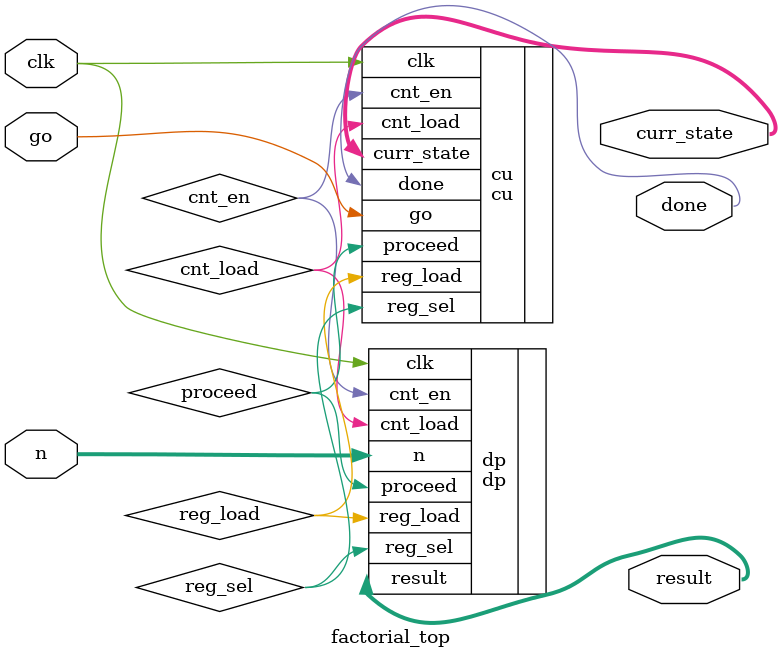
<source format=v>
module factorial_top #(parameter SIZE = 8) (
        input clk,
    	input go,
        input [SIZE-1:0] n,
        output [2:0] curr_state,
        output done,
        output [SIZE-1:0] result
);

    wire proceed;
    wire cnt_load;
    wire cnt_en;
    wire reg_sel;
    wire reg_load;
    
    cu cu(
        .clk(clk),
        .go(go),
        .proceed(proceed),
        .cnt_load(cnt_load),
        .cnt_en(cnt_en),
        .reg_sel(reg_sel),
        .reg_load(reg_load),
        .curr_state(curr_state),
        .done(done)
    );

    dp #(.SIZE(SIZE)) dp (
        .clk(clk),
        .n(n),
        .cnt_load(cnt_load),
        .cnt_en(cnt_en),
        .reg_sel(reg_sel),
        .reg_load(reg_load),
        .proceed(proceed),
        .result(result)
    );

endmodule
</source>
